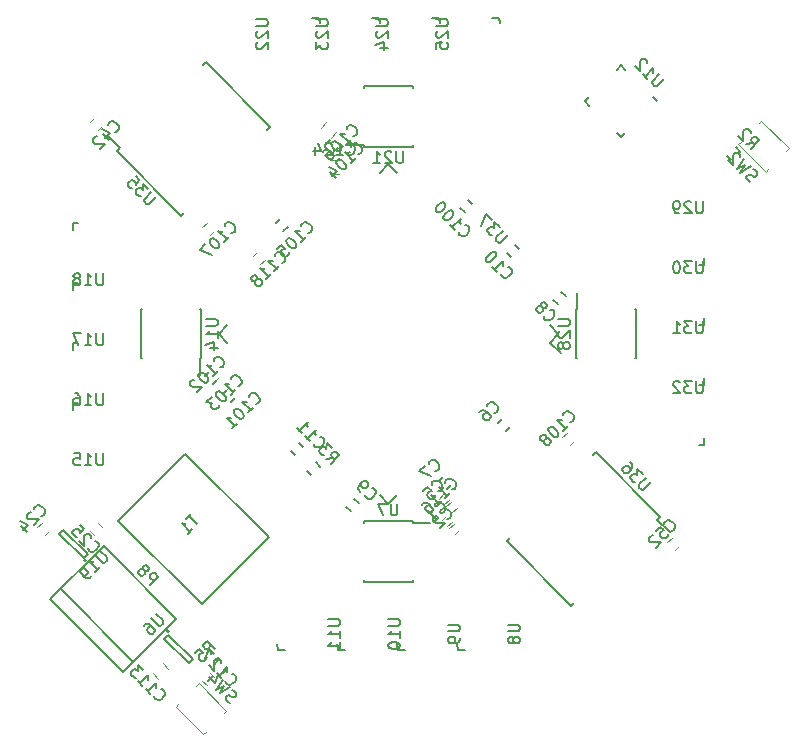
<source format=gbo>
G04 #@! TF.FileFunction,Legend,Bot*
%FSLAX46Y46*%
G04 Gerber Fmt 4.6, Leading zero omitted, Abs format (unit mm)*
G04 Created by KiCad (PCBNEW 4.0.6-e0-6349~53~ubuntu14.04.1) date Sat Apr  1 16:27:06 2017*
%MOMM*%
%LPD*%
G01*
G04 APERTURE LIST*
%ADD10C,0.200000*%
%ADD11C,0.150000*%
%ADD12C,0.120000*%
G04 APERTURE END LIST*
D10*
D11*
X19685000Y22725559D02*
X19313769Y22354328D01*
X19685000Y16644441D02*
X20056231Y17015672D01*
X16644441Y19685000D02*
X17015672Y20056231D01*
X22725559Y19685000D02*
X22354328Y20056231D01*
X19685000Y16644441D02*
X19313769Y17015672D01*
X16644441Y19685000D02*
X17015672Y19313769D01*
X19685000Y22725559D02*
X20056231Y22354328D01*
X-23015382Y15484695D02*
X-22764359Y15735718D01*
X-17535305Y10004618D02*
X-17284282Y10255641D01*
X-10004618Y17535305D02*
X-10255641Y17284282D01*
X-15484695Y23015382D02*
X-15735718Y22764359D01*
X-23015382Y15484695D02*
X-17535305Y10004618D01*
X-15484695Y23015382D02*
X-10004618Y17535305D01*
X-22764359Y15735718D02*
X-23842697Y16814056D01*
X-15802893Y-22873961D02*
X-22873961Y-15802893D01*
X-22873961Y-15802893D02*
X-17217107Y-10146039D01*
X-17217107Y-10146039D02*
X-10146039Y-17217107D01*
X-10146039Y-17217107D02*
X-15802893Y-22873961D01*
X14389623Y0D02*
X13647161Y-742462D01*
X0Y14389623D02*
X-742462Y13647161D01*
X-14389623Y0D02*
X-13647161Y742462D01*
X0Y-14389623D02*
X742462Y-13647161D01*
X14389623Y0D02*
X13647161Y742462D01*
X0Y-14389623D02*
X-742462Y-13647161D01*
X-14389623Y0D02*
X-13647161Y-742462D01*
X0Y14389623D02*
X742462Y13647161D01*
X13647161Y-742462D02*
X14566400Y-1661701D01*
X23015382Y-15484695D02*
X22764359Y-15735718D01*
X17535305Y-10004618D02*
X17284282Y-10255641D01*
X10004618Y-17535305D02*
X10255641Y-17284282D01*
X15484695Y-23015382D02*
X15735718Y-22764359D01*
X23015382Y-15484695D02*
X17535305Y-10004618D01*
X15484695Y-23015382D02*
X10004618Y-17535305D01*
X22764359Y-15735718D02*
X23842697Y-16814056D01*
X2075000Y-15840000D02*
X2075000Y-15985000D01*
X-2075000Y-15840000D02*
X-2075000Y-15985000D01*
X-2075000Y-20990000D02*
X-2075000Y-20845000D01*
X2075000Y-20990000D02*
X2075000Y-20845000D01*
X2075000Y-15840000D02*
X-2075000Y-15840000D01*
X2075000Y-20990000D02*
X-2075000Y-20990000D01*
X2075000Y-15985000D02*
X3475000Y-15985000D01*
X6459220Y-26730960D02*
X5849620Y-26730960D01*
X5849620Y-26730960D02*
X5839460Y-26299160D01*
X1379220Y-26730960D02*
X769620Y-26730960D01*
X769620Y-26730960D02*
X759460Y-26299160D01*
X-3700780Y-26730960D02*
X-4310380Y-26730960D01*
X-4310380Y-26730960D02*
X-4320540Y-26299160D01*
X-15840000Y-2075000D02*
X-15985000Y-2075000D01*
X-15840000Y2075000D02*
X-15985000Y2075000D01*
X-20990000Y2075000D02*
X-20845000Y2075000D01*
X-20990000Y-2075000D02*
X-20845000Y-2075000D01*
X-15840000Y-2075000D02*
X-15840000Y2075000D01*
X-20990000Y-2075000D02*
X-20990000Y2075000D01*
X-15985000Y-2075000D02*
X-15985000Y-3475000D01*
X-26730960Y-6459220D02*
X-26730960Y-5849620D01*
X-26730960Y-5849620D02*
X-26299160Y-5839460D01*
X-26730960Y-1379220D02*
X-26730960Y-769620D01*
X-26730960Y-769620D02*
X-26299160Y-759460D01*
X-26730960Y3700780D02*
X-26730960Y4310380D01*
X-26730960Y4310380D02*
X-26299160Y4320540D01*
X-26730960Y8780780D02*
X-26730960Y9390380D01*
X-26730960Y9390380D02*
X-26299160Y9400540D01*
X-2075000Y15840000D02*
X-2075000Y15985000D01*
X2075000Y15840000D02*
X2075000Y15985000D01*
X2075000Y20990000D02*
X2075000Y20845000D01*
X-2075000Y20990000D02*
X-2075000Y20845000D01*
X-2075000Y15840000D02*
X2075000Y15840000D01*
X-2075000Y20990000D02*
X2075000Y20990000D01*
X-2075000Y15985000D02*
X-3475000Y15985000D01*
X-6459220Y26730960D02*
X-5849620Y26730960D01*
X-5849620Y26730960D02*
X-5839460Y26299160D01*
X-1379220Y26730960D02*
X-769620Y26730960D01*
X-769620Y26730960D02*
X-759460Y26299160D01*
X3700780Y26730960D02*
X4310380Y26730960D01*
X4310380Y26730960D02*
X4320540Y26299160D01*
X8780780Y26730960D02*
X9390380Y26730960D01*
X9390380Y26730960D02*
X9400540Y26299160D01*
X15840000Y2075000D02*
X15985000Y2075000D01*
X15840000Y-2075000D02*
X15985000Y-2075000D01*
X20990000Y-2075000D02*
X20845000Y-2075000D01*
X20990000Y2075000D02*
X20845000Y2075000D01*
X15840000Y2075000D02*
X15840000Y-2075000D01*
X20990000Y2075000D02*
X20990000Y-2075000D01*
X15985000Y2075000D02*
X15985000Y3475000D01*
X26730960Y6459220D02*
X26730960Y5849620D01*
X26730960Y5849620D02*
X26299160Y5839460D01*
X26730960Y1379220D02*
X26730960Y769620D01*
X26730960Y769620D02*
X26299160Y759460D01*
X26730960Y-3700780D02*
X26730960Y-4310380D01*
X26730960Y-4310380D02*
X26299160Y-4320540D01*
X26730960Y-8780780D02*
X26730960Y-9390380D01*
X26730960Y-9390380D02*
X26299160Y-9400540D01*
X6440901Y10337348D02*
X6087348Y10690901D01*
X6759099Y11362652D02*
X7112652Y11009099D01*
X-12987348Y-5409099D02*
X-13340901Y-5762652D01*
X-14012652Y-5090901D02*
X-13659099Y-4737348D01*
X-14487348Y-3909099D02*
X-14840901Y-4262652D01*
X-15512652Y-3590901D02*
X-15159099Y-3237348D01*
X-4313348Y15715901D02*
X-4666901Y15362348D01*
X-5338652Y16034099D02*
X-4985099Y16387652D01*
X-8537348Y9040901D02*
X-8890901Y8687348D01*
X-9562652Y9359099D02*
X-9209099Y9712652D01*
X9266348Y-7587901D02*
X9619901Y-7234348D01*
X10291652Y-7906099D02*
X9938099Y-8259652D01*
X4287348Y-12490901D02*
X4640901Y-12137348D01*
X5312652Y-12809099D02*
X4959099Y-13162652D01*
X14318901Y2535348D02*
X13965348Y2888901D01*
X14637099Y3560652D02*
X14990652Y3207099D01*
X-2888901Y-13965348D02*
X-2535348Y-14318901D01*
X-3207099Y-14990652D02*
X-3560652Y-14637099D01*
X10381901Y6472348D02*
X10028348Y6825901D01*
X10700099Y7497652D02*
X11053652Y7144099D01*
X-7587901Y-9266348D02*
X-7234348Y-9619901D01*
X-7906099Y-10291652D02*
X-8259652Y-9938099D01*
X-18599240Y-25185076D02*
G75*
G03X-18599240Y-25185076I-99999J0D01*
G01*
X-18982082Y-25821472D02*
X-18628528Y-25467918D01*
X-16931472Y-27872082D02*
X-18982082Y-25821472D01*
X-16577918Y-27518528D02*
X-16931472Y-27872082D01*
X-18628528Y-25467918D02*
X-16577918Y-27518528D01*
D12*
X-24255883Y17624437D02*
X-24609437Y17270883D01*
X-25274117Y17935563D02*
X-24920563Y18289117D01*
X23620883Y-17624437D02*
X23974437Y-17270883D01*
X24639117Y-17935563D02*
X24285563Y-18289117D01*
X-14730883Y8734437D02*
X-15084437Y8380883D01*
X-15749117Y9045563D02*
X-15395563Y9399117D01*
X14730883Y-8734437D02*
X15084437Y-8380883D01*
X15749117Y-9045563D02*
X15395563Y-9399117D01*
D11*
X-8780780Y-26730960D02*
X-9390380Y-26730960D01*
X-9390380Y-26730960D02*
X-9400540Y-26299160D01*
X-22482801Y-28635903D02*
X-28634630Y-22484074D01*
X-17953782Y-24106884D02*
X-24105611Y-17955055D01*
X-24105611Y-17955055D02*
X-28634630Y-22484074D01*
X-27764889Y-21614332D02*
X-21613060Y-27766161D01*
X-22482801Y-28635903D02*
X-17953782Y-24106884D01*
D12*
X-10490883Y6244437D02*
X-10844437Y5890883D01*
X-11509117Y6555563D02*
X-11155563Y6909117D01*
X4490883Y-15794437D02*
X4844437Y-15440883D01*
X5509117Y-16105563D02*
X5155563Y-16459117D01*
X4990883Y-16294437D02*
X5344437Y-15940883D01*
X6009117Y-16605563D02*
X5655563Y-16959117D01*
X4240883Y-13944437D02*
X4594437Y-13590883D01*
X5259117Y-14255563D02*
X4905563Y-14609117D01*
X4740883Y-14444437D02*
X5094437Y-14090883D01*
X5759117Y-14755563D02*
X5405563Y-15109117D01*
X-4222000Y14697000D02*
X-4922000Y14697000D01*
X-4922000Y13497000D02*
X-4222000Y13497000D01*
X-14400777Y-3773249D02*
X-14895751Y-4268223D01*
X-14047223Y-5116751D02*
X-13552249Y-4621777D01*
X-4903223Y16600249D02*
X-4408249Y17095223D01*
X-5256777Y17943751D02*
X-5751751Y17448777D01*
X-29719117Y-16354437D02*
X-29365563Y-16000883D01*
X-28700883Y-16665563D02*
X-29054437Y-17019117D01*
X-19975751Y-28751777D02*
X-19480777Y-29246751D01*
X-18632249Y-28398223D02*
X-19127223Y-27903249D01*
X-24920563Y-17019117D02*
X-25274117Y-16665563D01*
X-24609437Y-16000883D02*
X-24255883Y-16354437D01*
D11*
X-25580051Y-19194214D02*
G75*
G03X-25580051Y-19194214I-100000J0D01*
G01*
X-25467918Y-18628528D02*
X-25821472Y-18982082D01*
X-27518528Y-16577918D02*
X-25467918Y-18628528D01*
X-27872082Y-16931472D02*
X-27518528Y-16577918D01*
X-25821472Y-18982082D02*
X-27872082Y-16931472D01*
D12*
X-15084437Y-28700883D02*
X-14730883Y-29054437D01*
X-15395563Y-29719117D02*
X-15749117Y-29365563D01*
D11*
X29404454Y15788008D02*
X29758008Y15434454D01*
X29015546Y14691992D02*
X28661992Y15045546D01*
X-6155546Y-10881992D02*
X-5801992Y-11235546D01*
X-6544454Y-11978008D02*
X-6898008Y-11624454D01*
X-14772008Y-27999546D02*
X-14418454Y-27645992D01*
X-13675992Y-28388454D02*
X-14029546Y-28742008D01*
D12*
X31361091Y17819544D02*
X31573223Y18031676D01*
X31573223Y18031676D02*
X33906676Y15698223D01*
X33906676Y15698223D02*
X33694544Y15486091D01*
X29805456Y16263909D02*
X29593324Y16051777D01*
X29593324Y16051777D02*
X31926777Y13718324D01*
X31926777Y13718324D02*
X32138909Y13930456D01*
X-15486091Y-33694544D02*
X-15698223Y-33906676D01*
X-15698223Y-33906676D02*
X-18031676Y-31573223D01*
X-18031676Y-31573223D02*
X-17819544Y-31361091D01*
X-13930456Y-32138909D02*
X-13718324Y-31926777D01*
X-13718324Y-31926777D02*
X-16051777Y-29593324D01*
X-16051777Y-29593324D02*
X-16263909Y-29805456D01*
D11*
X23334175Y21583245D02*
X22761756Y21010825D01*
X22660740Y20977153D01*
X22593397Y20977153D01*
X22492382Y21010825D01*
X22357694Y21145512D01*
X22324023Y21246528D01*
X22324023Y21313871D01*
X22357694Y21414886D01*
X22930114Y21987306D01*
X21515901Y21987306D02*
X21919962Y21583245D01*
X21717932Y21785275D02*
X22425038Y22492382D01*
X22391367Y22324023D01*
X22391367Y22189336D01*
X22425038Y22088321D01*
X21886290Y22896443D02*
X21886290Y22963787D01*
X21852618Y23064802D01*
X21684259Y23233161D01*
X21583244Y23266833D01*
X21515901Y23266833D01*
X21414885Y23233161D01*
X21347542Y23165818D01*
X21280199Y23031131D01*
X21280199Y22223008D01*
X20842466Y22660741D01*
X-19666727Y11602343D02*
X-20239146Y11029923D01*
X-20340162Y10996251D01*
X-20407505Y10996251D01*
X-20508520Y11029923D01*
X-20643208Y11164610D01*
X-20676879Y11265626D01*
X-20676879Y11332969D01*
X-20643208Y11433984D01*
X-20070788Y12006404D01*
X-20340162Y12275778D02*
X-20777895Y12713511D01*
X-20811566Y12208434D01*
X-20912581Y12309450D01*
X-21013597Y12343122D01*
X-21080940Y12343122D01*
X-21181956Y12309450D01*
X-21350315Y12141091D01*
X-21383986Y12040076D01*
X-21383986Y11972732D01*
X-21350315Y11871717D01*
X-21148284Y11669686D01*
X-21047268Y11636014D01*
X-20979925Y11636014D01*
X-21417658Y13353274D02*
X-21080940Y13016556D01*
X-21383986Y12646167D01*
X-21383986Y12713511D01*
X-21417657Y12814526D01*
X-21586017Y12982885D01*
X-21687032Y13016557D01*
X-21754375Y13016557D01*
X-21855391Y12982885D01*
X-22023750Y12814526D01*
X-22057421Y12713511D01*
X-22057421Y12646167D01*
X-22023750Y12545152D01*
X-21855390Y12376793D01*
X-21754375Y12343121D01*
X-21687032Y12343121D01*
X-16712030Y-15230474D02*
X-17116091Y-15634535D01*
X-16206953Y-16139611D02*
X-16914060Y-15432504D01*
X-17015076Y-16947733D02*
X-16611015Y-16543672D01*
X-16813045Y-16745702D02*
X-17520152Y-16038596D01*
X-17351793Y-16072267D01*
X-17217106Y-16072267D01*
X-17116091Y-16038596D01*
X10083847Y8332917D02*
X9511428Y7760497D01*
X9410412Y7726825D01*
X9343069Y7726825D01*
X9242054Y7760497D01*
X9107366Y7895184D01*
X9073695Y7996200D01*
X9073695Y8063543D01*
X9107366Y8164558D01*
X9679786Y8736978D01*
X9410412Y9006352D02*
X8972679Y9444085D01*
X8939008Y8939008D01*
X8837993Y9040024D01*
X8736977Y9073696D01*
X8669634Y9073696D01*
X8568618Y9040024D01*
X8400259Y8871665D01*
X8366588Y8770650D01*
X8366588Y8703306D01*
X8400259Y8602291D01*
X8602290Y8400260D01*
X8703306Y8366588D01*
X8770649Y8366588D01*
X8736977Y9679787D02*
X8265573Y10151192D01*
X7861512Y9141039D01*
X22192107Y-12578823D02*
X21619688Y-13151243D01*
X21518672Y-13184915D01*
X21451329Y-13184915D01*
X21350314Y-13151243D01*
X21215626Y-13016556D01*
X21181955Y-12915540D01*
X21181955Y-12848197D01*
X21215626Y-12747182D01*
X21788046Y-12174762D01*
X21518672Y-11905388D02*
X21080939Y-11467655D01*
X21047268Y-11972732D01*
X20946253Y-11871716D01*
X20845237Y-11838044D01*
X20777894Y-11838044D01*
X20676878Y-11871716D01*
X20508519Y-12040075D01*
X20474848Y-12141090D01*
X20474848Y-12208434D01*
X20508519Y-12309449D01*
X20710550Y-12511480D01*
X20811566Y-12545152D01*
X20878909Y-12545152D01*
X20474848Y-10861564D02*
X20609535Y-10996251D01*
X20643207Y-11097266D01*
X20643207Y-11164610D01*
X20609535Y-11332968D01*
X20508520Y-11501327D01*
X20239146Y-11770701D01*
X20138131Y-11804373D01*
X20070787Y-11804373D01*
X19969772Y-11770701D01*
X19835084Y-11636014D01*
X19801413Y-11534999D01*
X19801413Y-11467655D01*
X19835084Y-11366640D01*
X20003443Y-11198281D01*
X20104459Y-11164609D01*
X20171802Y-11164609D01*
X20272817Y-11198281D01*
X20407505Y-11332968D01*
X20441177Y-11433983D01*
X20441177Y-11501327D01*
X20407504Y-11602343D01*
X761905Y-14367381D02*
X761905Y-15176905D01*
X714286Y-15272143D01*
X666667Y-15319762D01*
X571429Y-15367381D01*
X380952Y-15367381D01*
X285714Y-15319762D01*
X238095Y-15272143D01*
X190476Y-15176905D01*
X190476Y-14367381D01*
X-190476Y-14367381D02*
X-857143Y-14367381D01*
X-428571Y-15367381D01*
X10122921Y-24627935D02*
X10932445Y-24627935D01*
X11027683Y-24675554D01*
X11075302Y-24723173D01*
X11122921Y-24818411D01*
X11122921Y-25008888D01*
X11075302Y-25104126D01*
X11027683Y-25151745D01*
X10932445Y-25199364D01*
X10122921Y-25199364D01*
X10551492Y-25818411D02*
X10503873Y-25723173D01*
X10456254Y-25675554D01*
X10361016Y-25627935D01*
X10313397Y-25627935D01*
X10218159Y-25675554D01*
X10170540Y-25723173D01*
X10122921Y-25818411D01*
X10122921Y-26008888D01*
X10170540Y-26104126D01*
X10218159Y-26151745D01*
X10313397Y-26199364D01*
X10361016Y-26199364D01*
X10456254Y-26151745D01*
X10503873Y-26104126D01*
X10551492Y-26008888D01*
X10551492Y-25818411D01*
X10599111Y-25723173D01*
X10646730Y-25675554D01*
X10741969Y-25627935D01*
X10932445Y-25627935D01*
X11027683Y-25675554D01*
X11075302Y-25723173D01*
X11122921Y-25818411D01*
X11122921Y-26008888D01*
X11075302Y-26104126D01*
X11027683Y-26151745D01*
X10932445Y-26199364D01*
X10741969Y-26199364D01*
X10646730Y-26151745D01*
X10599111Y-26104126D01*
X10551492Y-26008888D01*
X5042921Y-24627935D02*
X5852445Y-24627935D01*
X5947683Y-24675554D01*
X5995302Y-24723173D01*
X6042921Y-24818411D01*
X6042921Y-25008888D01*
X5995302Y-25104126D01*
X5947683Y-25151745D01*
X5852445Y-25199364D01*
X5042921Y-25199364D01*
X6042921Y-25723173D02*
X6042921Y-25913649D01*
X5995302Y-26008888D01*
X5947683Y-26056507D01*
X5804826Y-26151745D01*
X5614350Y-26199364D01*
X5233397Y-26199364D01*
X5138159Y-26151745D01*
X5090540Y-26104126D01*
X5042921Y-26008888D01*
X5042921Y-25818411D01*
X5090540Y-25723173D01*
X5138159Y-25675554D01*
X5233397Y-25627935D01*
X5471492Y-25627935D01*
X5566730Y-25675554D01*
X5614350Y-25723173D01*
X5661969Y-25818411D01*
X5661969Y-26008888D01*
X5614350Y-26104126D01*
X5566730Y-26151745D01*
X5471492Y-26199364D01*
X-37079Y-24151745D02*
X772445Y-24151745D01*
X867683Y-24199364D01*
X915302Y-24246983D01*
X962921Y-24342221D01*
X962921Y-24532698D01*
X915302Y-24627936D01*
X867683Y-24675555D01*
X772445Y-24723174D01*
X-37079Y-24723174D01*
X962921Y-25723174D02*
X962921Y-25151745D01*
X962921Y-25437459D02*
X-37079Y-25437459D01*
X105778Y-25342221D01*
X201016Y-25246983D01*
X248635Y-25151745D01*
X-37079Y-26342221D02*
X-37079Y-26437460D01*
X10540Y-26532698D01*
X58159Y-26580317D01*
X153397Y-26627936D01*
X343873Y-26675555D01*
X581969Y-26675555D01*
X772445Y-26627936D01*
X867683Y-26580317D01*
X915302Y-26532698D01*
X962921Y-26437460D01*
X962921Y-26342221D01*
X915302Y-26246983D01*
X867683Y-26199364D01*
X772445Y-26151745D01*
X581969Y-26104126D01*
X343873Y-26104126D01*
X153397Y-26151745D01*
X58159Y-26199364D01*
X10540Y-26246983D01*
X-37079Y-26342221D01*
X-15462619Y1238095D02*
X-14653095Y1238095D01*
X-14557857Y1190476D01*
X-14510238Y1142857D01*
X-14462619Y1047619D01*
X-14462619Y857142D01*
X-14510238Y761904D01*
X-14557857Y714285D01*
X-14653095Y666666D01*
X-15462619Y666666D01*
X-14462619Y-333334D02*
X-14462619Y238095D01*
X-14462619Y-47619D02*
X-15462619Y-47619D01*
X-15319762Y47619D01*
X-15224524Y142857D01*
X-15176905Y238095D01*
X-15129286Y-1190477D02*
X-14462619Y-1190477D01*
X-15510238Y-952381D02*
X-14795952Y-714286D01*
X-14795952Y-1333334D01*
X-24151745Y-10122921D02*
X-24151745Y-10932445D01*
X-24199364Y-11027683D01*
X-24246983Y-11075302D01*
X-24342221Y-11122921D01*
X-24532698Y-11122921D01*
X-24627936Y-11075302D01*
X-24675555Y-11027683D01*
X-24723174Y-10932445D01*
X-24723174Y-10122921D01*
X-25723174Y-11122921D02*
X-25151745Y-11122921D01*
X-25437459Y-11122921D02*
X-25437459Y-10122921D01*
X-25342221Y-10265778D01*
X-25246983Y-10361016D01*
X-25151745Y-10408635D01*
X-26627936Y-10122921D02*
X-26151745Y-10122921D01*
X-26104126Y-10599111D01*
X-26151745Y-10551492D01*
X-26246983Y-10503873D01*
X-26485079Y-10503873D01*
X-26580317Y-10551492D01*
X-26627936Y-10599111D01*
X-26675555Y-10694350D01*
X-26675555Y-10932445D01*
X-26627936Y-11027683D01*
X-26580317Y-11075302D01*
X-26485079Y-11122921D01*
X-26246983Y-11122921D01*
X-26151745Y-11075302D01*
X-26104126Y-11027683D01*
X-24151745Y-5042921D02*
X-24151745Y-5852445D01*
X-24199364Y-5947683D01*
X-24246983Y-5995302D01*
X-24342221Y-6042921D01*
X-24532698Y-6042921D01*
X-24627936Y-5995302D01*
X-24675555Y-5947683D01*
X-24723174Y-5852445D01*
X-24723174Y-5042921D01*
X-25723174Y-6042921D02*
X-25151745Y-6042921D01*
X-25437459Y-6042921D02*
X-25437459Y-5042921D01*
X-25342221Y-5185778D01*
X-25246983Y-5281016D01*
X-25151745Y-5328635D01*
X-26580317Y-5042921D02*
X-26389840Y-5042921D01*
X-26294602Y-5090540D01*
X-26246983Y-5138159D01*
X-26151745Y-5281016D01*
X-26104126Y-5471492D01*
X-26104126Y-5852445D01*
X-26151745Y-5947683D01*
X-26199364Y-5995302D01*
X-26294602Y-6042921D01*
X-26485079Y-6042921D01*
X-26580317Y-5995302D01*
X-26627936Y-5947683D01*
X-26675555Y-5852445D01*
X-26675555Y-5614350D01*
X-26627936Y-5519111D01*
X-26580317Y-5471492D01*
X-26485079Y-5423873D01*
X-26294602Y-5423873D01*
X-26199364Y-5471492D01*
X-26151745Y-5519111D01*
X-26104126Y-5614350D01*
X-24151745Y37079D02*
X-24151745Y-772445D01*
X-24199364Y-867683D01*
X-24246983Y-915302D01*
X-24342221Y-962921D01*
X-24532698Y-962921D01*
X-24627936Y-915302D01*
X-24675555Y-867683D01*
X-24723174Y-772445D01*
X-24723174Y37079D01*
X-25723174Y-962921D02*
X-25151745Y-962921D01*
X-25437459Y-962921D02*
X-25437459Y37079D01*
X-25342221Y-105778D01*
X-25246983Y-201016D01*
X-25151745Y-248635D01*
X-26056507Y37079D02*
X-26723174Y37079D01*
X-26294602Y-962921D01*
X-24151745Y5117079D02*
X-24151745Y4307555D01*
X-24199364Y4212317D01*
X-24246983Y4164698D01*
X-24342221Y4117079D01*
X-24532698Y4117079D01*
X-24627936Y4164698D01*
X-24675555Y4212317D01*
X-24723174Y4307555D01*
X-24723174Y5117079D01*
X-25723174Y4117079D02*
X-25151745Y4117079D01*
X-25437459Y4117079D02*
X-25437459Y5117079D01*
X-25342221Y4974222D01*
X-25246983Y4878984D01*
X-25151745Y4831365D01*
X-26294602Y4688508D02*
X-26199364Y4736127D01*
X-26151745Y4783746D01*
X-26104126Y4878984D01*
X-26104126Y4926603D01*
X-26151745Y5021841D01*
X-26199364Y5069460D01*
X-26294602Y5117079D01*
X-26485079Y5117079D01*
X-26580317Y5069460D01*
X-26627936Y5021841D01*
X-26675555Y4926603D01*
X-26675555Y4878984D01*
X-26627936Y4783746D01*
X-26580317Y4736127D01*
X-26485079Y4688508D01*
X-26294602Y4688508D01*
X-26199364Y4640889D01*
X-26151745Y4593270D01*
X-26104126Y4498031D01*
X-26104126Y4307555D01*
X-26151745Y4212317D01*
X-26199364Y4164698D01*
X-26294602Y4117079D01*
X-26485079Y4117079D01*
X-26580317Y4164698D01*
X-26627936Y4212317D01*
X-26675555Y4307555D01*
X-26675555Y4498031D01*
X-26627936Y4593270D01*
X-26580317Y4640889D01*
X-26485079Y4688508D01*
X1238095Y15462619D02*
X1238095Y14653095D01*
X1190476Y14557857D01*
X1142857Y14510238D01*
X1047619Y14462619D01*
X857142Y14462619D01*
X761904Y14510238D01*
X714285Y14557857D01*
X666666Y14653095D01*
X666666Y15462619D01*
X238095Y15367381D02*
X190476Y15415000D01*
X95238Y15462619D01*
X-142858Y15462619D01*
X-238096Y15415000D01*
X-285715Y15367381D01*
X-333334Y15272143D01*
X-333334Y15176905D01*
X-285715Y15034048D01*
X285714Y14462619D01*
X-333334Y14462619D01*
X-1285715Y14462619D02*
X-714286Y14462619D01*
X-1000000Y14462619D02*
X-1000000Y15462619D01*
X-904762Y15319762D01*
X-809524Y15224524D01*
X-714286Y15176905D01*
X-11218159Y26627935D02*
X-10408635Y26627935D01*
X-10313397Y26580316D01*
X-10265778Y26532697D01*
X-10218159Y26437459D01*
X-10218159Y26246982D01*
X-10265778Y26151744D01*
X-10313397Y26104125D01*
X-10408635Y26056506D01*
X-11218159Y26056506D01*
X-11122921Y25627935D02*
X-11170540Y25580316D01*
X-11218159Y25485078D01*
X-11218159Y25246982D01*
X-11170540Y25151744D01*
X-11122921Y25104125D01*
X-11027683Y25056506D01*
X-10932445Y25056506D01*
X-10789588Y25104125D01*
X-10218159Y25675554D01*
X-10218159Y25056506D01*
X-11122921Y24675554D02*
X-11170540Y24627935D01*
X-11218159Y24532697D01*
X-11218159Y24294601D01*
X-11170540Y24199363D01*
X-11122921Y24151744D01*
X-11027683Y24104125D01*
X-10932445Y24104125D01*
X-10789588Y24151744D01*
X-10218159Y24723173D01*
X-10218159Y24104125D01*
X-6138159Y26627935D02*
X-5328635Y26627935D01*
X-5233397Y26580316D01*
X-5185778Y26532697D01*
X-5138159Y26437459D01*
X-5138159Y26246982D01*
X-5185778Y26151744D01*
X-5233397Y26104125D01*
X-5328635Y26056506D01*
X-6138159Y26056506D01*
X-6042921Y25627935D02*
X-6090540Y25580316D01*
X-6138159Y25485078D01*
X-6138159Y25246982D01*
X-6090540Y25151744D01*
X-6042921Y25104125D01*
X-5947683Y25056506D01*
X-5852445Y25056506D01*
X-5709588Y25104125D01*
X-5138159Y25675554D01*
X-5138159Y25056506D01*
X-6138159Y24723173D02*
X-6138159Y24104125D01*
X-5757207Y24437459D01*
X-5757207Y24294601D01*
X-5709588Y24199363D01*
X-5661969Y24151744D01*
X-5566730Y24104125D01*
X-5328635Y24104125D01*
X-5233397Y24151744D01*
X-5185778Y24199363D01*
X-5138159Y24294601D01*
X-5138159Y24580316D01*
X-5185778Y24675554D01*
X-5233397Y24723173D01*
X-1058159Y26627935D02*
X-248635Y26627935D01*
X-153397Y26580316D01*
X-105778Y26532697D01*
X-58159Y26437459D01*
X-58159Y26246982D01*
X-105778Y26151744D01*
X-153397Y26104125D01*
X-248635Y26056506D01*
X-1058159Y26056506D01*
X-962921Y25627935D02*
X-1010540Y25580316D01*
X-1058159Y25485078D01*
X-1058159Y25246982D01*
X-1010540Y25151744D01*
X-962921Y25104125D01*
X-867683Y25056506D01*
X-772445Y25056506D01*
X-629588Y25104125D01*
X-58159Y25675554D01*
X-58159Y25056506D01*
X-724826Y24199363D02*
X-58159Y24199363D01*
X-1105778Y24437459D02*
X-391492Y24675554D01*
X-391492Y24056506D01*
X4021841Y26627935D02*
X4831365Y26627935D01*
X4926603Y26580316D01*
X4974222Y26532697D01*
X5021841Y26437459D01*
X5021841Y26246982D01*
X4974222Y26151744D01*
X4926603Y26104125D01*
X4831365Y26056506D01*
X4021841Y26056506D01*
X4117079Y25627935D02*
X4069460Y25580316D01*
X4021841Y25485078D01*
X4021841Y25246982D01*
X4069460Y25151744D01*
X4117079Y25104125D01*
X4212317Y25056506D01*
X4307555Y25056506D01*
X4450412Y25104125D01*
X5021841Y25675554D01*
X5021841Y25056506D01*
X4021841Y24151744D02*
X4021841Y24627935D01*
X4498031Y24675554D01*
X4450412Y24627935D01*
X4402793Y24532697D01*
X4402793Y24294601D01*
X4450412Y24199363D01*
X4498031Y24151744D01*
X4593270Y24104125D01*
X4831365Y24104125D01*
X4926603Y24151744D01*
X4974222Y24199363D01*
X5021841Y24294601D01*
X5021841Y24532697D01*
X4974222Y24627935D01*
X4926603Y24675554D01*
X14367381Y1238095D02*
X15176905Y1238095D01*
X15272143Y1190476D01*
X15319762Y1142857D01*
X15367381Y1047619D01*
X15367381Y857142D01*
X15319762Y761904D01*
X15272143Y714285D01*
X15176905Y666666D01*
X14367381Y666666D01*
X14462619Y238095D02*
X14415000Y190476D01*
X14367381Y95238D01*
X14367381Y-142858D01*
X14415000Y-238096D01*
X14462619Y-285715D01*
X14557857Y-333334D01*
X14653095Y-333334D01*
X14795952Y-285715D01*
X15367381Y285714D01*
X15367381Y-333334D01*
X14795952Y-904762D02*
X14748333Y-809524D01*
X14700714Y-761905D01*
X14605476Y-714286D01*
X14557857Y-714286D01*
X14462619Y-761905D01*
X14415000Y-809524D01*
X14367381Y-904762D01*
X14367381Y-1095239D01*
X14415000Y-1190477D01*
X14462619Y-1238096D01*
X14557857Y-1285715D01*
X14605476Y-1285715D01*
X14700714Y-1238096D01*
X14748333Y-1190477D01*
X14795952Y-1095239D01*
X14795952Y-904762D01*
X14843571Y-809524D01*
X14891190Y-761905D01*
X14986429Y-714286D01*
X15176905Y-714286D01*
X15272143Y-761905D01*
X15319762Y-809524D01*
X15367381Y-904762D01*
X15367381Y-1095239D01*
X15319762Y-1190477D01*
X15272143Y-1238096D01*
X15176905Y-1285715D01*
X14986429Y-1285715D01*
X14891190Y-1238096D01*
X14843571Y-1190477D01*
X14795952Y-1095239D01*
X26627935Y11218159D02*
X26627935Y10408635D01*
X26580316Y10313397D01*
X26532697Y10265778D01*
X26437459Y10218159D01*
X26246982Y10218159D01*
X26151744Y10265778D01*
X26104125Y10313397D01*
X26056506Y10408635D01*
X26056506Y11218159D01*
X25627935Y11122921D02*
X25580316Y11170540D01*
X25485078Y11218159D01*
X25246982Y11218159D01*
X25151744Y11170540D01*
X25104125Y11122921D01*
X25056506Y11027683D01*
X25056506Y10932445D01*
X25104125Y10789588D01*
X25675554Y10218159D01*
X25056506Y10218159D01*
X24580316Y10218159D02*
X24389840Y10218159D01*
X24294601Y10265778D01*
X24246982Y10313397D01*
X24151744Y10456254D01*
X24104125Y10646730D01*
X24104125Y11027683D01*
X24151744Y11122921D01*
X24199363Y11170540D01*
X24294601Y11218159D01*
X24485078Y11218159D01*
X24580316Y11170540D01*
X24627935Y11122921D01*
X24675554Y11027683D01*
X24675554Y10789588D01*
X24627935Y10694350D01*
X24580316Y10646730D01*
X24485078Y10599111D01*
X24294601Y10599111D01*
X24199363Y10646730D01*
X24151744Y10694350D01*
X24104125Y10789588D01*
X26627935Y6138159D02*
X26627935Y5328635D01*
X26580316Y5233397D01*
X26532697Y5185778D01*
X26437459Y5138159D01*
X26246982Y5138159D01*
X26151744Y5185778D01*
X26104125Y5233397D01*
X26056506Y5328635D01*
X26056506Y6138159D01*
X25675554Y6138159D02*
X25056506Y6138159D01*
X25389840Y5757207D01*
X25246982Y5757207D01*
X25151744Y5709588D01*
X25104125Y5661969D01*
X25056506Y5566730D01*
X25056506Y5328635D01*
X25104125Y5233397D01*
X25151744Y5185778D01*
X25246982Y5138159D01*
X25532697Y5138159D01*
X25627935Y5185778D01*
X25675554Y5233397D01*
X24437459Y6138159D02*
X24342220Y6138159D01*
X24246982Y6090540D01*
X24199363Y6042921D01*
X24151744Y5947683D01*
X24104125Y5757207D01*
X24104125Y5519111D01*
X24151744Y5328635D01*
X24199363Y5233397D01*
X24246982Y5185778D01*
X24342220Y5138159D01*
X24437459Y5138159D01*
X24532697Y5185778D01*
X24580316Y5233397D01*
X24627935Y5328635D01*
X24675554Y5519111D01*
X24675554Y5757207D01*
X24627935Y5947683D01*
X24580316Y6042921D01*
X24532697Y6090540D01*
X24437459Y6138159D01*
X26627935Y1058159D02*
X26627935Y248635D01*
X26580316Y153397D01*
X26532697Y105778D01*
X26437459Y58159D01*
X26246982Y58159D01*
X26151744Y105778D01*
X26104125Y153397D01*
X26056506Y248635D01*
X26056506Y1058159D01*
X25675554Y1058159D02*
X25056506Y1058159D01*
X25389840Y677207D01*
X25246982Y677207D01*
X25151744Y629588D01*
X25104125Y581969D01*
X25056506Y486730D01*
X25056506Y248635D01*
X25104125Y153397D01*
X25151744Y105778D01*
X25246982Y58159D01*
X25532697Y58159D01*
X25627935Y105778D01*
X25675554Y153397D01*
X24104125Y58159D02*
X24675554Y58159D01*
X24389840Y58159D02*
X24389840Y1058159D01*
X24485078Y915302D01*
X24580316Y820064D01*
X24675554Y772445D01*
X26627935Y-4021841D02*
X26627935Y-4831365D01*
X26580316Y-4926603D01*
X26532697Y-4974222D01*
X26437459Y-5021841D01*
X26246982Y-5021841D01*
X26151744Y-4974222D01*
X26104125Y-4926603D01*
X26056506Y-4831365D01*
X26056506Y-4021841D01*
X25675554Y-4021841D02*
X25056506Y-4021841D01*
X25389840Y-4402793D01*
X25246982Y-4402793D01*
X25151744Y-4450412D01*
X25104125Y-4498031D01*
X25056506Y-4593270D01*
X25056506Y-4831365D01*
X25104125Y-4926603D01*
X25151744Y-4974222D01*
X25246982Y-5021841D01*
X25532697Y-5021841D01*
X25627935Y-4974222D01*
X25675554Y-4926603D01*
X24675554Y-4117079D02*
X24627935Y-4069460D01*
X24532697Y-4021841D01*
X24294601Y-4021841D01*
X24199363Y-4069460D01*
X24151744Y-4117079D01*
X24104125Y-4212317D01*
X24104125Y-4307555D01*
X24151744Y-4450412D01*
X24723173Y-5021841D01*
X24104125Y-5021841D01*
X5936665Y8604094D02*
X5936665Y8536751D01*
X6004009Y8402064D01*
X6071352Y8334720D01*
X6206040Y8267376D01*
X6340727Y8267376D01*
X6441742Y8301048D01*
X6610101Y8402063D01*
X6711116Y8503079D01*
X6812132Y8671437D01*
X6845803Y8772453D01*
X6845803Y8907140D01*
X6778459Y9041827D01*
X6711116Y9109171D01*
X6576429Y9176514D01*
X6509085Y9176514D01*
X5195887Y9210186D02*
X5599948Y8806124D01*
X5397918Y9008155D02*
X6105025Y9715261D01*
X6071353Y9546903D01*
X6071353Y9412216D01*
X6105025Y9311201D01*
X5465261Y10355025D02*
X5397917Y10422369D01*
X5296902Y10456041D01*
X5229559Y10456041D01*
X5128544Y10422369D01*
X4960185Y10321354D01*
X4791826Y10152994D01*
X4690811Y9984636D01*
X4657139Y9883621D01*
X4657139Y9816277D01*
X4690811Y9715262D01*
X4758155Y9647918D01*
X4859170Y9614246D01*
X4926513Y9614246D01*
X5027528Y9647918D01*
X5195887Y9748933D01*
X5364246Y9917292D01*
X5465261Y10085651D01*
X5498933Y10186666D01*
X5498933Y10254010D01*
X5465261Y10355025D01*
X4791826Y11028460D02*
X4724482Y11095804D01*
X4623467Y11129476D01*
X4556124Y11129476D01*
X4455108Y11095804D01*
X4286750Y10994789D01*
X4118391Y10826430D01*
X4017375Y10658071D01*
X3983704Y10557056D01*
X3983704Y10489712D01*
X4017375Y10388697D01*
X4084720Y10321353D01*
X4185735Y10287681D01*
X4253078Y10287681D01*
X4354093Y10321353D01*
X4522452Y10422368D01*
X4690811Y10590728D01*
X4791826Y10759086D01*
X4825498Y10860101D01*
X4825498Y10927445D01*
X4791826Y11028460D01*
X-11254094Y-5913335D02*
X-11186751Y-5913335D01*
X-11052064Y-5845991D01*
X-10984720Y-5778648D01*
X-10917376Y-5643960D01*
X-10917376Y-5509273D01*
X-10951048Y-5408258D01*
X-11052063Y-5239899D01*
X-11153079Y-5138884D01*
X-11321437Y-5037868D01*
X-11422453Y-5004197D01*
X-11557140Y-5004197D01*
X-11691827Y-5071541D01*
X-11759171Y-5138884D01*
X-11826514Y-5273571D01*
X-11826514Y-5340915D01*
X-11860186Y-6654113D02*
X-11456124Y-6250052D01*
X-11658155Y-6452082D02*
X-12365261Y-5744975D01*
X-12196903Y-5778647D01*
X-12062216Y-5778647D01*
X-11961201Y-5744975D01*
X-13005025Y-6384739D02*
X-13072369Y-6452083D01*
X-13106041Y-6553098D01*
X-13106041Y-6620441D01*
X-13072369Y-6721456D01*
X-12971354Y-6889815D01*
X-12802994Y-7058174D01*
X-12634636Y-7159189D01*
X-12533621Y-7192861D01*
X-12466277Y-7192861D01*
X-12365262Y-7159189D01*
X-12297918Y-7091845D01*
X-12264246Y-6990830D01*
X-12264246Y-6923487D01*
X-12297918Y-6822472D01*
X-12398933Y-6654113D01*
X-12567292Y-6485754D01*
X-12735651Y-6384739D01*
X-12836666Y-6351067D01*
X-12904010Y-6351067D01*
X-13005025Y-6384739D01*
X-13207056Y-8000983D02*
X-12802994Y-7596922D01*
X-13005025Y-7798952D02*
X-13712132Y-7091845D01*
X-13543773Y-7125517D01*
X-13409086Y-7125517D01*
X-13308071Y-7091845D01*
X-12754094Y-4413335D02*
X-12686751Y-4413335D01*
X-12552064Y-4345991D01*
X-12484720Y-4278648D01*
X-12417376Y-4143960D01*
X-12417376Y-4009273D01*
X-12451048Y-3908258D01*
X-12552063Y-3739899D01*
X-12653079Y-3638884D01*
X-12821437Y-3537868D01*
X-12922453Y-3504197D01*
X-13057140Y-3504197D01*
X-13191827Y-3571541D01*
X-13259171Y-3638884D01*
X-13326514Y-3773571D01*
X-13326514Y-3840915D01*
X-13360186Y-5154113D02*
X-12956124Y-4750052D01*
X-13158155Y-4952082D02*
X-13865261Y-4244975D01*
X-13696903Y-4278647D01*
X-13562216Y-4278647D01*
X-13461201Y-4244975D01*
X-14505025Y-4884739D02*
X-14572369Y-4952083D01*
X-14606041Y-5053098D01*
X-14606041Y-5120441D01*
X-14572369Y-5221456D01*
X-14471354Y-5389815D01*
X-14302994Y-5558174D01*
X-14134636Y-5659189D01*
X-14033621Y-5692861D01*
X-13966277Y-5692861D01*
X-13865262Y-5659189D01*
X-13797918Y-5591845D01*
X-13764246Y-5490830D01*
X-13764246Y-5423487D01*
X-13797918Y-5322472D01*
X-13898933Y-5154113D01*
X-14067292Y-4985754D01*
X-14235651Y-4884739D01*
X-14336666Y-4851067D01*
X-14404010Y-4851067D01*
X-14505025Y-4884739D01*
X-14976430Y-5356143D02*
X-15414163Y-5793876D01*
X-14909086Y-5827547D01*
X-15010102Y-5928563D01*
X-15043774Y-6029578D01*
X-15043774Y-6096922D01*
X-15010101Y-6197938D01*
X-14841743Y-6366296D01*
X-14740728Y-6399968D01*
X-14673384Y-6399968D01*
X-14572369Y-6366296D01*
X-14370338Y-6164265D01*
X-14336666Y-6063250D01*
X-14336666Y-5995907D01*
X-2580094Y15211665D02*
X-2512751Y15211665D01*
X-2378064Y15279009D01*
X-2310720Y15346352D01*
X-2243376Y15481040D01*
X-2243376Y15615727D01*
X-2277048Y15716742D01*
X-2378063Y15885101D01*
X-2479079Y15986116D01*
X-2647437Y16087132D01*
X-2748453Y16120803D01*
X-2883140Y16120803D01*
X-3017827Y16053459D01*
X-3085171Y15986116D01*
X-3152514Y15851429D01*
X-3152514Y15784085D01*
X-3186186Y14470887D02*
X-2782124Y14874948D01*
X-2984155Y14672918D02*
X-3691261Y15380025D01*
X-3522903Y15346353D01*
X-3388216Y15346353D01*
X-3287201Y15380025D01*
X-4331025Y14740261D02*
X-4398369Y14672917D01*
X-4432041Y14571902D01*
X-4432041Y14504559D01*
X-4398369Y14403544D01*
X-4297354Y14235185D01*
X-4128994Y14066826D01*
X-3960636Y13965811D01*
X-3859621Y13932139D01*
X-3792277Y13932139D01*
X-3691262Y13965811D01*
X-3623918Y14033155D01*
X-3590246Y14134170D01*
X-3590246Y14201513D01*
X-3623918Y14302528D01*
X-3724933Y14470887D01*
X-3893292Y14639246D01*
X-4061651Y14740261D01*
X-4162666Y14773933D01*
X-4230010Y14773933D01*
X-4331025Y14740261D01*
X-4937117Y13662765D02*
X-4465712Y13191360D01*
X-5038132Y14100498D02*
X-4364696Y13763780D01*
X-4802430Y13326047D01*
X-6804094Y8536665D02*
X-6736751Y8536665D01*
X-6602064Y8604009D01*
X-6534720Y8671352D01*
X-6467376Y8806040D01*
X-6467376Y8940727D01*
X-6501048Y9041742D01*
X-6602063Y9210101D01*
X-6703079Y9311116D01*
X-6871437Y9412132D01*
X-6972453Y9445803D01*
X-7107140Y9445803D01*
X-7241827Y9378459D01*
X-7309171Y9311116D01*
X-7376514Y9176429D01*
X-7376514Y9109085D01*
X-7410186Y7795887D02*
X-7006124Y8199948D01*
X-7208155Y7997918D02*
X-7915261Y8705025D01*
X-7746903Y8671353D01*
X-7612216Y8671353D01*
X-7511201Y8705025D01*
X-8555025Y8065261D02*
X-8622369Y7997917D01*
X-8656041Y7896902D01*
X-8656041Y7829559D01*
X-8622369Y7728544D01*
X-8521354Y7560185D01*
X-8352994Y7391826D01*
X-8184636Y7290811D01*
X-8083621Y7257139D01*
X-8016277Y7257139D01*
X-7915262Y7290811D01*
X-7847918Y7358155D01*
X-7814246Y7459170D01*
X-7814246Y7526513D01*
X-7847918Y7627528D01*
X-7948933Y7795887D01*
X-8117292Y7964246D01*
X-8285651Y8065261D01*
X-8386666Y8098933D01*
X-8454010Y8098933D01*
X-8555025Y8065261D01*
X-9430491Y7189795D02*
X-9093773Y7526513D01*
X-8723384Y7223468D01*
X-8790728Y7223468D01*
X-8891743Y7189796D01*
X-9060102Y7021437D01*
X-9093774Y6920422D01*
X-9093774Y6853078D01*
X-9060101Y6752062D01*
X-8891743Y6583704D01*
X-8790728Y6550032D01*
X-8723384Y6550032D01*
X-8622369Y6583704D01*
X-8454010Y6752063D01*
X-8420338Y6853078D01*
X-8420338Y6920422D01*
X8947307Y-6679606D02*
X9014650Y-6679606D01*
X9149337Y-6612262D01*
X9216681Y-6544919D01*
X9284025Y-6410231D01*
X9284025Y-6275544D01*
X9250353Y-6174529D01*
X9149338Y-6006171D01*
X9048322Y-5905155D01*
X8879963Y-5804140D01*
X8778948Y-5770468D01*
X8644261Y-5770468D01*
X8509574Y-5837812D01*
X8442230Y-5905155D01*
X8374887Y-6039842D01*
X8374887Y-6107186D01*
X7701452Y-6645934D02*
X7836140Y-6511246D01*
X7937155Y-6477575D01*
X8004498Y-6477575D01*
X8172857Y-6511246D01*
X8341215Y-6612261D01*
X8610590Y-6881636D01*
X8644261Y-6982651D01*
X8644261Y-7049994D01*
X8610590Y-7151010D01*
X8475902Y-7285697D01*
X8374887Y-7319369D01*
X8307544Y-7319369D01*
X8206528Y-7285697D01*
X8038170Y-7117339D01*
X8004497Y-7016323D01*
X8004497Y-6948979D01*
X8038169Y-6847964D01*
X8172857Y-6713277D01*
X8273872Y-6679605D01*
X8341215Y-6679605D01*
X8442231Y-6713277D01*
X3968307Y-11582606D02*
X4035650Y-11582606D01*
X4170337Y-11515262D01*
X4237681Y-11447919D01*
X4305025Y-11313231D01*
X4305025Y-11178544D01*
X4271353Y-11077529D01*
X4170338Y-10909171D01*
X4069322Y-10808155D01*
X3900963Y-10707140D01*
X3799948Y-10673468D01*
X3665261Y-10673468D01*
X3530574Y-10740812D01*
X3463230Y-10808155D01*
X3395887Y-10942842D01*
X3395887Y-11010186D01*
X3092842Y-11178544D02*
X2621437Y-11649949D01*
X3631590Y-12054010D01*
X13141230Y1475529D02*
X13141230Y1408186D01*
X13208574Y1273499D01*
X13275917Y1206155D01*
X13410605Y1138811D01*
X13545292Y1138811D01*
X13646307Y1172483D01*
X13814665Y1273498D01*
X13915681Y1374514D01*
X14016696Y1542873D01*
X14050368Y1643888D01*
X14050368Y1778575D01*
X13983024Y1913262D01*
X13915681Y1980606D01*
X13780994Y2047949D01*
X13713650Y2047949D01*
X13073888Y2216308D02*
X13174903Y2182636D01*
X13242246Y2182636D01*
X13343261Y2216308D01*
X13376933Y2249979D01*
X13410605Y2350994D01*
X13410605Y2418338D01*
X13376933Y2519353D01*
X13242246Y2654041D01*
X13141230Y2687712D01*
X13073887Y2687712D01*
X12972872Y2654041D01*
X12939200Y2620369D01*
X12905528Y2519354D01*
X12905528Y2452010D01*
X12939200Y2350995D01*
X13073888Y2216308D01*
X13107559Y2115292D01*
X13107559Y2047949D01*
X13073887Y1946933D01*
X12939200Y1812246D01*
X12838185Y1778575D01*
X12770842Y1778575D01*
X12669826Y1812246D01*
X12535139Y1946934D01*
X12501467Y2047949D01*
X12501467Y2115292D01*
X12535139Y2216308D01*
X12669826Y2350994D01*
X12770842Y2384667D01*
X12838185Y2384667D01*
X12939200Y2350995D01*
X-1980606Y-13646307D02*
X-1980606Y-13713650D01*
X-1913262Y-13848337D01*
X-1845919Y-13915681D01*
X-1711231Y-13983025D01*
X-1576544Y-13983025D01*
X-1475529Y-13949353D01*
X-1307171Y-13848338D01*
X-1206155Y-13747322D01*
X-1105140Y-13578963D01*
X-1071468Y-13477948D01*
X-1071468Y-13343261D01*
X-1138812Y-13208574D01*
X-1206155Y-13141230D01*
X-1340842Y-13073887D01*
X-1408186Y-13073887D01*
X-2384666Y-13376933D02*
X-2519353Y-13242246D01*
X-2553025Y-13141230D01*
X-2553025Y-13073887D01*
X-2519354Y-12905528D01*
X-2418339Y-12737170D01*
X-2148964Y-12467795D01*
X-2047949Y-12434124D01*
X-1980606Y-12434124D01*
X-1879590Y-12467795D01*
X-1744903Y-12602483D01*
X-1711231Y-12703498D01*
X-1711231Y-12770842D01*
X-1744903Y-12871857D01*
X-1913261Y-13040215D01*
X-2014277Y-13073887D01*
X-2081621Y-13073888D01*
X-2182636Y-13040216D01*
X-2317323Y-12905528D01*
X-2350995Y-12804513D01*
X-2350994Y-12737169D01*
X-2317323Y-12636154D01*
X9540948Y5075811D02*
X9540948Y5008468D01*
X9608292Y4873781D01*
X9675635Y4806437D01*
X9810323Y4739093D01*
X9945010Y4739093D01*
X10046025Y4772765D01*
X10214383Y4873780D01*
X10315399Y4974796D01*
X10416414Y5143155D01*
X10450086Y5244170D01*
X10450086Y5378857D01*
X10382742Y5513544D01*
X10315399Y5580888D01*
X10180712Y5648231D01*
X10113368Y5648231D01*
X8800170Y5681903D02*
X9204231Y5277842D01*
X9002201Y5479872D02*
X9709308Y6186979D01*
X9675636Y6018620D01*
X9675636Y5883933D01*
X9709308Y5782918D01*
X9069544Y6826742D02*
X9002200Y6894086D01*
X8901185Y6927758D01*
X8833842Y6927758D01*
X8732826Y6894086D01*
X8564468Y6793071D01*
X8396108Y6624712D01*
X8295093Y6456353D01*
X8261422Y6355338D01*
X8261422Y6287994D01*
X8295093Y6186979D01*
X8362437Y6119635D01*
X8463453Y6085963D01*
X8530796Y6085963D01*
X8631811Y6119635D01*
X8800170Y6220650D01*
X8968529Y6389010D01*
X9069544Y6557368D01*
X9103216Y6658383D01*
X9103216Y6725727D01*
X9069544Y6826742D01*
X-6342888Y-9284025D02*
X-6342888Y-9351368D01*
X-6275544Y-9486055D01*
X-6208201Y-9553399D01*
X-6073513Y-9620743D01*
X-5938826Y-9620743D01*
X-5837811Y-9587071D01*
X-5669453Y-9486056D01*
X-5568437Y-9385040D01*
X-5467422Y-9216681D01*
X-5433750Y-9115666D01*
X-5433750Y-8980979D01*
X-5501094Y-8846292D01*
X-5568437Y-8778948D01*
X-5703124Y-8711605D01*
X-5770468Y-8711605D01*
X-7083666Y-8677933D02*
X-6679605Y-9081994D01*
X-6881635Y-8879964D02*
X-6174528Y-8172857D01*
X-6208200Y-8341216D01*
X-6208200Y-8475903D01*
X-6174528Y-8576918D01*
X-7757101Y-8004498D02*
X-7353040Y-8408559D01*
X-7555070Y-8206529D02*
X-6847963Y-7499422D01*
X-6881635Y-7667781D01*
X-6881635Y-7802468D01*
X-6847963Y-7903483D01*
X-19679087Y-23693417D02*
X-19106667Y-24265837D01*
X-19072995Y-24366852D01*
X-19072995Y-24434195D01*
X-19106667Y-24535210D01*
X-19241355Y-24669898D01*
X-19342370Y-24703570D01*
X-19409713Y-24703570D01*
X-19510728Y-24669898D01*
X-20083148Y-24097478D01*
X-20722912Y-24737241D02*
X-20588224Y-24602554D01*
X-20487209Y-24568882D01*
X-20419865Y-24568882D01*
X-20251507Y-24602554D01*
X-20083148Y-24703569D01*
X-19813774Y-24972943D01*
X-19780102Y-25073959D01*
X-19780102Y-25141302D01*
X-19813774Y-25242317D01*
X-19948461Y-25377005D01*
X-20049477Y-25410676D01*
X-20116820Y-25410676D01*
X-20217835Y-25377005D01*
X-20386194Y-25208646D01*
X-20419866Y-25107630D01*
X-20419866Y-25040287D01*
X-20386194Y-24939272D01*
X-20251507Y-24804584D01*
X-20150492Y-24770912D01*
X-20083148Y-24770912D01*
X-19982132Y-24804585D01*
X-23159867Y17084004D02*
X-23092524Y17084004D01*
X-22957837Y17151348D01*
X-22890493Y17218691D01*
X-22823149Y17353379D01*
X-22823149Y17488066D01*
X-22856821Y17589081D01*
X-22957836Y17757439D01*
X-23058852Y17858455D01*
X-23227211Y17959470D01*
X-23328226Y17993142D01*
X-23462913Y17993142D01*
X-23597600Y17925798D01*
X-23664944Y17858455D01*
X-23732287Y17723768D01*
X-23732287Y17656424D01*
X-24170020Y16881974D02*
X-23698615Y16410569D01*
X-24271035Y17319707D02*
X-23597600Y16982989D01*
X-24035333Y16545256D01*
X-24675096Y16713615D02*
X-24742439Y16713615D01*
X-24843455Y16679944D01*
X-25011814Y16511584D01*
X-25045486Y16410569D01*
X-25045486Y16343226D01*
X-25011814Y16242211D01*
X-24944470Y16174867D01*
X-24809784Y16107524D01*
X-24001661Y16107524D01*
X-24439394Y15669791D01*
X23939081Y-16679944D02*
X24006424Y-16679944D01*
X24141111Y-16612600D01*
X24208455Y-16545257D01*
X24275799Y-16410569D01*
X24275799Y-16275882D01*
X24242127Y-16174867D01*
X24141112Y-16006509D01*
X24040096Y-15905493D01*
X23871737Y-15804478D01*
X23770722Y-15770806D01*
X23636035Y-15770806D01*
X23501348Y-15838150D01*
X23434004Y-15905493D01*
X23366661Y-16040180D01*
X23366661Y-16107524D01*
X22659554Y-16679944D02*
X22996272Y-16343226D01*
X23366661Y-16646271D01*
X23299317Y-16646271D01*
X23198302Y-16679943D01*
X23029943Y-16848302D01*
X22996271Y-16949317D01*
X22996271Y-17016661D01*
X23029944Y-17117677D01*
X23198302Y-17286035D01*
X23299317Y-17319707D01*
X23366661Y-17319707D01*
X23467676Y-17286035D01*
X23636035Y-17117676D01*
X23669707Y-17016661D01*
X23669707Y-16949317D01*
X22423852Y-17050333D02*
X22356509Y-17050333D01*
X22255493Y-17084004D01*
X22087134Y-17252364D01*
X22053462Y-17353379D01*
X22053462Y-17420722D01*
X22087134Y-17521737D01*
X22154478Y-17589081D01*
X22289164Y-17656424D01*
X23097287Y-17656424D01*
X22659554Y-18094157D01*
X-13298150Y8530721D02*
X-13230807Y8530721D01*
X-13096120Y8598065D01*
X-13028776Y8665408D01*
X-12961432Y8800096D01*
X-12961432Y8934783D01*
X-12995104Y9035798D01*
X-13096119Y9204157D01*
X-13197135Y9305172D01*
X-13365493Y9406188D01*
X-13466509Y9439859D01*
X-13601196Y9439859D01*
X-13735883Y9372515D01*
X-13803227Y9305172D01*
X-13870570Y9170485D01*
X-13870570Y9103141D01*
X-13904242Y7789943D02*
X-13500180Y8194004D01*
X-13702211Y7991974D02*
X-14409317Y8699081D01*
X-14240959Y8665409D01*
X-14106272Y8665409D01*
X-14005257Y8699081D01*
X-15049081Y8059317D02*
X-15116425Y7991973D01*
X-15150097Y7890958D01*
X-15150097Y7823615D01*
X-15116425Y7722600D01*
X-15015410Y7554241D01*
X-14847050Y7385882D01*
X-14678692Y7284867D01*
X-14577677Y7251195D01*
X-14510333Y7251195D01*
X-14409318Y7284867D01*
X-14341974Y7352211D01*
X-14308302Y7453226D01*
X-14308302Y7520569D01*
X-14341974Y7621584D01*
X-14442989Y7789943D01*
X-14611348Y7958302D01*
X-14779707Y8059317D01*
X-14880722Y8092989D01*
X-14948066Y8092989D01*
X-15049081Y8059317D01*
X-15520486Y7587913D02*
X-15991890Y7116508D01*
X-14981737Y6712447D01*
X15385798Y-7453227D02*
X15453141Y-7453227D01*
X15587828Y-7385883D01*
X15655172Y-7318540D01*
X15722516Y-7183852D01*
X15722516Y-7049165D01*
X15688844Y-6948150D01*
X15587829Y-6779791D01*
X15486813Y-6678776D01*
X15318455Y-6577760D01*
X15217439Y-6544089D01*
X15082752Y-6544089D01*
X14948065Y-6611433D01*
X14880721Y-6678776D01*
X14813378Y-6813463D01*
X14813378Y-6880807D01*
X14779706Y-8194005D02*
X15183768Y-7789944D01*
X14981737Y-7991974D02*
X14274631Y-7284867D01*
X14442989Y-7318539D01*
X14577676Y-7318539D01*
X14678691Y-7284867D01*
X13634867Y-7924631D02*
X13567523Y-7991975D01*
X13533851Y-8092990D01*
X13533851Y-8160333D01*
X13567523Y-8261348D01*
X13668538Y-8429707D01*
X13836898Y-8598066D01*
X14005256Y-8699081D01*
X14106271Y-8732753D01*
X14173615Y-8732753D01*
X14274630Y-8699081D01*
X14341974Y-8631737D01*
X14375646Y-8530722D01*
X14375646Y-8463379D01*
X14341974Y-8362364D01*
X14240959Y-8194005D01*
X14072600Y-8025646D01*
X13904241Y-7924631D01*
X13803226Y-7890959D01*
X13735882Y-7890959D01*
X13634867Y-7924631D01*
X13298149Y-8867439D02*
X13331821Y-8766424D01*
X13331821Y-8699081D01*
X13298149Y-8598066D01*
X13264478Y-8564394D01*
X13163462Y-8530722D01*
X13096119Y-8530722D01*
X12995104Y-8564394D01*
X12860416Y-8699081D01*
X12826745Y-8800097D01*
X12826745Y-8867440D01*
X12860416Y-8968455D01*
X12894088Y-9002127D01*
X12995103Y-9035799D01*
X13062447Y-9035799D01*
X13163462Y-9002127D01*
X13298149Y-8867439D01*
X13399164Y-8833768D01*
X13466508Y-8833768D01*
X13567524Y-8867440D01*
X13702211Y-9002127D01*
X13735882Y-9103142D01*
X13735882Y-9170486D01*
X13702211Y-9271501D01*
X13567523Y-9406188D01*
X13466508Y-9439860D01*
X13399164Y-9439860D01*
X13298149Y-9406188D01*
X13163462Y-9271501D01*
X13129790Y-9170486D01*
X13129790Y-9103142D01*
X13163462Y-9002127D01*
X-5117079Y-24151745D02*
X-4307555Y-24151745D01*
X-4212317Y-24199364D01*
X-4164698Y-24246983D01*
X-4117079Y-24342221D01*
X-4117079Y-24532698D01*
X-4164698Y-24627936D01*
X-4212317Y-24675555D01*
X-4307555Y-24723174D01*
X-5117079Y-24723174D01*
X-4117079Y-25723174D02*
X-4117079Y-25151745D01*
X-4117079Y-25437459D02*
X-5117079Y-25437459D01*
X-4974222Y-25342221D01*
X-4878984Y-25246983D01*
X-4831365Y-25151745D01*
X-4117079Y-26675555D02*
X-4117079Y-26104126D01*
X-4117079Y-26389840D02*
X-5117079Y-26389840D01*
X-4974222Y-26294602D01*
X-4878984Y-26199364D01*
X-4831365Y-26104126D01*
X-20218452Y-21262276D02*
X-19511345Y-20555169D01*
X-19780719Y-20285794D01*
X-19881735Y-20252123D01*
X-19949078Y-20252123D01*
X-20050093Y-20285794D01*
X-20151108Y-20386810D01*
X-20184780Y-20487825D01*
X-20184780Y-20555168D01*
X-20151108Y-20656183D01*
X-19881734Y-20925558D01*
X-20622512Y-20050092D02*
X-20521497Y-20083764D01*
X-20454154Y-20083764D01*
X-20353139Y-20050092D01*
X-20319467Y-20016421D01*
X-20285795Y-19915406D01*
X-20285795Y-19848062D01*
X-20319467Y-19747047D01*
X-20454154Y-19612359D01*
X-20555170Y-19578688D01*
X-20622513Y-19578688D01*
X-20723528Y-19612359D01*
X-20757200Y-19646031D01*
X-20790872Y-19747046D01*
X-20790872Y-19814390D01*
X-20757200Y-19915405D01*
X-20622512Y-20050092D01*
X-20588841Y-20151108D01*
X-20588841Y-20218451D01*
X-20622513Y-20319467D01*
X-20757200Y-20454154D01*
X-20858215Y-20487825D01*
X-20925558Y-20487825D01*
X-21026574Y-20454154D01*
X-21161261Y-20319466D01*
X-21194933Y-20218451D01*
X-21194933Y-20151108D01*
X-21161261Y-20050092D01*
X-21026574Y-19915406D01*
X-20925558Y-19881733D01*
X-20858215Y-19881733D01*
X-20757200Y-19915405D01*
X-9058150Y6040721D02*
X-8990807Y6040721D01*
X-8856120Y6108065D01*
X-8788776Y6175408D01*
X-8721432Y6310096D01*
X-8721432Y6444783D01*
X-8755104Y6545798D01*
X-8856119Y6714157D01*
X-8957135Y6815172D01*
X-9125493Y6916188D01*
X-9226509Y6949859D01*
X-9361196Y6949859D01*
X-9495883Y6882515D01*
X-9563227Y6815172D01*
X-9630570Y6680485D01*
X-9630570Y6613141D01*
X-9664242Y5299943D02*
X-9260180Y5704004D01*
X-9462211Y5501974D02*
X-10169317Y6209081D01*
X-10000959Y6175409D01*
X-9866272Y6175409D01*
X-9765257Y6209081D01*
X-10337677Y4626508D02*
X-9933615Y5030569D01*
X-10135646Y4828539D02*
X-10842752Y5535646D01*
X-10674394Y5501974D01*
X-10539707Y5501974D01*
X-10438692Y5535646D01*
X-11145799Y4626509D02*
X-11112127Y4727524D01*
X-11112127Y4794867D01*
X-11145799Y4895882D01*
X-11179470Y4929554D01*
X-11280486Y4963226D01*
X-11347829Y4963226D01*
X-11448844Y4929554D01*
X-11583532Y4794867D01*
X-11617203Y4693851D01*
X-11617203Y4626508D01*
X-11583532Y4525493D01*
X-11549860Y4491821D01*
X-11448845Y4458149D01*
X-11381501Y4458149D01*
X-11280486Y4491821D01*
X-11145799Y4626509D01*
X-11044784Y4660180D01*
X-10977440Y4660180D01*
X-10876424Y4626508D01*
X-10741737Y4491821D01*
X-10708066Y4390806D01*
X-10708066Y4323462D01*
X-10741737Y4222447D01*
X-10876425Y4087760D01*
X-10977440Y4054088D01*
X-11044784Y4054088D01*
X-11145799Y4087760D01*
X-11280486Y4222447D01*
X-11314158Y4323462D01*
X-11314158Y4390806D01*
X-11280486Y4491821D01*
X4472363Y-15186662D02*
X4539706Y-15186662D01*
X4674393Y-15119318D01*
X4741737Y-15051975D01*
X4809081Y-14917287D01*
X4809081Y-14782600D01*
X4775409Y-14681585D01*
X4674394Y-14513227D01*
X4573378Y-14412211D01*
X4405019Y-14311196D01*
X4304004Y-14277524D01*
X4169317Y-14277524D01*
X4034630Y-14344868D01*
X3967286Y-14412211D01*
X3899943Y-14546898D01*
X3899943Y-14614242D01*
X3866271Y-15927440D02*
X4270333Y-15523379D01*
X4068302Y-15725409D02*
X3361196Y-15018302D01*
X3529554Y-15051974D01*
X3664241Y-15051974D01*
X3765256Y-15018302D01*
X4972363Y-15686662D02*
X5039706Y-15686662D01*
X5174393Y-15619318D01*
X5241737Y-15551975D01*
X5309081Y-15417287D01*
X5309081Y-15282600D01*
X5275409Y-15181585D01*
X5174394Y-15013227D01*
X5073378Y-14912211D01*
X4905019Y-14811196D01*
X4804004Y-14777524D01*
X4669317Y-14777524D01*
X4534630Y-14844868D01*
X4467286Y-14912211D01*
X4399943Y-15046898D01*
X4399943Y-15114242D01*
X4130569Y-15383615D02*
X4063226Y-15383615D01*
X3962211Y-15417287D01*
X3793851Y-15585646D01*
X3760180Y-15686662D01*
X3760180Y-15754005D01*
X3793851Y-15855020D01*
X3861195Y-15922364D01*
X3995882Y-15989707D01*
X4804004Y-15989707D01*
X4366271Y-16427440D01*
X4222363Y-13336662D02*
X4289706Y-13336662D01*
X4424393Y-13269318D01*
X4491737Y-13201975D01*
X4559081Y-13067287D01*
X4559081Y-12932600D01*
X4525409Y-12831585D01*
X4424394Y-12663227D01*
X4323378Y-12562211D01*
X4155019Y-12461196D01*
X4054004Y-12427524D01*
X3919317Y-12427524D01*
X3784630Y-12494868D01*
X3717286Y-12562211D01*
X3649943Y-12696898D01*
X3649943Y-12764242D01*
X2942836Y-13336662D02*
X3279554Y-12999944D01*
X3649943Y-13302989D01*
X3582600Y-13302989D01*
X3481584Y-13336661D01*
X3313225Y-13505020D01*
X3279553Y-13606035D01*
X3279553Y-13673379D01*
X3313226Y-13774395D01*
X3481584Y-13942753D01*
X3582600Y-13976425D01*
X3649943Y-13976425D01*
X3750958Y-13942753D01*
X3919317Y-13774394D01*
X3952989Y-13673379D01*
X3952989Y-13606035D01*
X5395798Y-13163227D02*
X5463141Y-13163227D01*
X5597828Y-13095883D01*
X5665172Y-13028540D01*
X5732516Y-12893852D01*
X5732516Y-12759165D01*
X5698844Y-12658150D01*
X5597829Y-12489791D01*
X5496813Y-12388776D01*
X5328455Y-12287760D01*
X5227439Y-12254089D01*
X5092752Y-12254089D01*
X4958065Y-12321433D01*
X4890721Y-12388776D01*
X4823378Y-12523463D01*
X4823378Y-12590807D01*
X4789706Y-13904005D02*
X5193768Y-13499944D01*
X4991737Y-13701974D02*
X4284631Y-12994867D01*
X4452989Y-13028539D01*
X4587676Y-13028539D01*
X4688691Y-12994867D01*
X4116271Y-14577440D02*
X4520333Y-14173379D01*
X4318302Y-14375409D02*
X3611196Y-13668302D01*
X3779554Y-13701974D01*
X3914241Y-13701974D01*
X4015256Y-13668302D01*
X2803073Y-14476425D02*
X2937760Y-14341737D01*
X3038776Y-14308066D01*
X3106119Y-14308066D01*
X3274478Y-14341737D01*
X3442836Y-14442752D01*
X3712211Y-14712127D01*
X3745882Y-14813142D01*
X3745882Y-14880486D01*
X3712211Y-14981501D01*
X3577523Y-15116188D01*
X3476508Y-15149860D01*
X3409164Y-15149860D01*
X3308149Y-15116188D01*
X3139791Y-14947830D01*
X3106118Y-14846814D01*
X3106118Y-14779470D01*
X3139790Y-14678455D01*
X3274478Y-14543768D01*
X3375493Y-14510096D01*
X3442836Y-14510096D01*
X3543852Y-14543768D01*
X-3452953Y15239857D02*
X-3405334Y15192238D01*
X-3262477Y15144619D01*
X-3167239Y15144619D01*
X-3024381Y15192238D01*
X-2929143Y15287476D01*
X-2881524Y15382714D01*
X-2833905Y15573190D01*
X-2833905Y15716048D01*
X-2881524Y15906524D01*
X-2929143Y16001762D01*
X-3024381Y16097000D01*
X-3167239Y16144619D01*
X-3262477Y16144619D01*
X-3405334Y16097000D01*
X-3452953Y16049381D01*
X-4405334Y15144619D02*
X-3833905Y15144619D01*
X-4119619Y15144619D02*
X-4119619Y16144619D01*
X-4024381Y16001762D01*
X-3929143Y15906524D01*
X-3833905Y15858905D01*
X-4786286Y16049381D02*
X-4833905Y16097000D01*
X-4929143Y16144619D01*
X-5167239Y16144619D01*
X-5262477Y16097000D01*
X-5310096Y16049381D01*
X-5357715Y15954143D01*
X-5357715Y15858905D01*
X-5310096Y15716048D01*
X-4738667Y15144619D01*
X-5357715Y15144619D01*
X-6214858Y15811286D02*
X-6214858Y15144619D01*
X-5976762Y16192238D02*
X-5738667Y15477952D01*
X-6357715Y15477952D01*
X-14240836Y-2845593D02*
X-14173493Y-2845593D01*
X-14038806Y-2778249D01*
X-13971462Y-2710906D01*
X-13904118Y-2576218D01*
X-13904118Y-2441531D01*
X-13937790Y-2340516D01*
X-14038805Y-2172157D01*
X-14139821Y-2071142D01*
X-14308179Y-1970126D01*
X-14409195Y-1936455D01*
X-14543882Y-1936455D01*
X-14678569Y-2003799D01*
X-14745913Y-2071142D01*
X-14813256Y-2205829D01*
X-14813256Y-2273173D01*
X-14846928Y-3586371D02*
X-14442866Y-3182310D01*
X-14644897Y-3384340D02*
X-15352003Y-2677233D01*
X-15183645Y-2710905D01*
X-15048958Y-2710905D01*
X-14947943Y-2677233D01*
X-15991767Y-3316997D02*
X-16059111Y-3384341D01*
X-16092783Y-3485356D01*
X-16092783Y-3552699D01*
X-16059111Y-3653714D01*
X-15958096Y-3822073D01*
X-15789736Y-3990432D01*
X-15621378Y-4091447D01*
X-15520363Y-4125119D01*
X-15453019Y-4125119D01*
X-15352004Y-4091447D01*
X-15284660Y-4024103D01*
X-15250988Y-3923088D01*
X-15250988Y-3855745D01*
X-15284660Y-3754730D01*
X-15385675Y-3586371D01*
X-15554034Y-3418012D01*
X-15722393Y-3316997D01*
X-15823408Y-3283325D01*
X-15890752Y-3283325D01*
X-15991767Y-3316997D01*
X-16429500Y-3889416D02*
X-16496843Y-3889416D01*
X-16597858Y-3923088D01*
X-16766218Y-4091447D01*
X-16799889Y-4192463D01*
X-16799889Y-4259806D01*
X-16766218Y-4360821D01*
X-16698874Y-4428165D01*
X-16564187Y-4495508D01*
X-15756065Y-4495508D01*
X-16193798Y-4933241D01*
X-2975516Y16750087D02*
X-2908173Y16750087D01*
X-2773486Y16817431D01*
X-2706142Y16884774D01*
X-2638798Y17019462D01*
X-2638798Y17154149D01*
X-2672470Y17255164D01*
X-2773485Y17423523D01*
X-2874501Y17524538D01*
X-3042859Y17625554D01*
X-3143875Y17659225D01*
X-3278562Y17659225D01*
X-3413249Y17591881D01*
X-3480593Y17524538D01*
X-3547936Y17389851D01*
X-3547936Y17322507D01*
X-3581608Y16009309D02*
X-3177546Y16413370D01*
X-3379577Y16211340D02*
X-4086683Y16918447D01*
X-3918325Y16884775D01*
X-3783638Y16884775D01*
X-3682623Y16918447D01*
X-4726447Y16278683D02*
X-4793791Y16211339D01*
X-4827463Y16110324D01*
X-4827463Y16042981D01*
X-4793791Y15941966D01*
X-4692776Y15773607D01*
X-4524416Y15605248D01*
X-4356058Y15504233D01*
X-4255043Y15470561D01*
X-4187699Y15470561D01*
X-4086684Y15504233D01*
X-4019340Y15571577D01*
X-3985668Y15672592D01*
X-3985668Y15739935D01*
X-4019340Y15840950D01*
X-4120355Y16009309D01*
X-4288714Y16177668D01*
X-4457073Y16278683D01*
X-4558088Y16312355D01*
X-4625432Y16312355D01*
X-4726447Y16278683D01*
X-5568241Y15436889D02*
X-5433554Y15571577D01*
X-5332538Y15605248D01*
X-5265195Y15605248D01*
X-5096836Y15571577D01*
X-4928478Y15470562D01*
X-4659103Y15201187D01*
X-4625432Y15100172D01*
X-4625432Y15032828D01*
X-4659103Y14931813D01*
X-4793791Y14797126D01*
X-4894806Y14763454D01*
X-4962150Y14763454D01*
X-5063165Y14797126D01*
X-5231523Y14965484D01*
X-5265196Y15066500D01*
X-5265196Y15133844D01*
X-5231524Y15234859D01*
X-5096836Y15369546D01*
X-4995821Y15403218D01*
X-4928478Y15403218D01*
X-4827462Y15369546D01*
X-29400919Y-15409944D02*
X-29333576Y-15409944D01*
X-29198889Y-15342600D01*
X-29131545Y-15275257D01*
X-29064201Y-15140569D01*
X-29064201Y-15005882D01*
X-29097873Y-14904867D01*
X-29198888Y-14736509D01*
X-29299904Y-14635493D01*
X-29468263Y-14534478D01*
X-29569278Y-14500806D01*
X-29703965Y-14500806D01*
X-29838652Y-14568150D01*
X-29905996Y-14635493D01*
X-29973339Y-14770180D01*
X-29973339Y-14837524D01*
X-30242713Y-15106898D02*
X-30310056Y-15106898D01*
X-30411071Y-15140569D01*
X-30579431Y-15308929D01*
X-30613102Y-15409944D01*
X-30613102Y-15477287D01*
X-30579431Y-15578302D01*
X-30512087Y-15645646D01*
X-30377400Y-15712989D01*
X-29569278Y-15712989D01*
X-30007011Y-16150722D01*
X-31084507Y-16285409D02*
X-30613102Y-16756814D01*
X-31185522Y-15847676D02*
X-30512087Y-16184394D01*
X-30949820Y-16622127D01*
X-19825913Y-30679484D02*
X-19825913Y-30746827D01*
X-19758569Y-30881514D01*
X-19691226Y-30948858D01*
X-19556538Y-31016202D01*
X-19421851Y-31016202D01*
X-19320836Y-30982530D01*
X-19152477Y-30881515D01*
X-19051462Y-30780499D01*
X-18950446Y-30612141D01*
X-18916775Y-30511125D01*
X-18916775Y-30376438D01*
X-18984119Y-30241751D01*
X-19051462Y-30174407D01*
X-19186149Y-30107064D01*
X-19253493Y-30107064D01*
X-20566691Y-30073392D02*
X-20162630Y-30477454D01*
X-20364660Y-30275423D02*
X-19657553Y-29568317D01*
X-19691225Y-29736675D01*
X-19691225Y-29871362D01*
X-19657553Y-29972377D01*
X-21240126Y-29399957D02*
X-20836065Y-29804019D01*
X-21038095Y-29601988D02*
X-20330988Y-28894882D01*
X-20364660Y-29063240D01*
X-20364660Y-29197927D01*
X-20330988Y-29298942D01*
X-20768721Y-28457148D02*
X-21206454Y-28019415D01*
X-21240125Y-28524492D01*
X-21341141Y-28423476D01*
X-21442156Y-28389804D01*
X-21509500Y-28389804D01*
X-21610516Y-28423477D01*
X-21778874Y-28591835D01*
X-21812546Y-28692850D01*
X-21812546Y-28760194D01*
X-21778874Y-28861209D01*
X-21576843Y-29063240D01*
X-21475828Y-29096912D01*
X-21408485Y-29096912D01*
X-25460996Y-18115133D02*
X-25460996Y-18182476D01*
X-25393652Y-18317163D01*
X-25326309Y-18384507D01*
X-25191621Y-18451851D01*
X-25056934Y-18451851D01*
X-24955919Y-18418179D01*
X-24787561Y-18317164D01*
X-24686545Y-18216148D01*
X-24585530Y-18047789D01*
X-24551858Y-17946774D01*
X-24551858Y-17812087D01*
X-24619202Y-17677400D01*
X-24686545Y-17610056D01*
X-24821232Y-17542713D01*
X-24888576Y-17542713D01*
X-25157950Y-17273339D02*
X-25157950Y-17205996D01*
X-25191621Y-17104981D01*
X-25359981Y-16936621D01*
X-25460996Y-16902950D01*
X-25528339Y-16902950D01*
X-25629354Y-16936621D01*
X-25696698Y-17003965D01*
X-25764041Y-17138652D01*
X-25764041Y-17946774D01*
X-26201774Y-17509041D01*
X-26134431Y-16162171D02*
X-25797713Y-16498889D01*
X-26100758Y-16869278D01*
X-26100758Y-16801934D01*
X-26134430Y-16700919D01*
X-26302789Y-16532560D01*
X-26403804Y-16498888D01*
X-26471148Y-16498888D01*
X-26572164Y-16532561D01*
X-26740522Y-16700919D01*
X-26774194Y-16801934D01*
X-26774194Y-16869278D01*
X-26740522Y-16970293D01*
X-26572163Y-17138652D01*
X-26471148Y-17172324D01*
X-26403804Y-17172324D01*
X-24413993Y-18355788D02*
X-23841573Y-18928207D01*
X-23807901Y-19029223D01*
X-23807901Y-19096566D01*
X-23841573Y-19197581D01*
X-23976260Y-19332269D01*
X-24077276Y-19365940D01*
X-24144619Y-19365940D01*
X-24245634Y-19332269D01*
X-24818054Y-18759849D01*
X-24818054Y-20174062D02*
X-24413993Y-19770001D01*
X-24616023Y-19972031D02*
X-25323130Y-19264925D01*
X-25154771Y-19298596D01*
X-25020084Y-19298596D01*
X-24919069Y-19264925D01*
X-25154771Y-20510780D02*
X-25289458Y-20645466D01*
X-25390474Y-20679139D01*
X-25457817Y-20679139D01*
X-25626176Y-20645467D01*
X-25794535Y-20544452D01*
X-26063909Y-20275078D01*
X-26097581Y-20174062D01*
X-26097581Y-20106719D01*
X-26063909Y-20005704D01*
X-25929221Y-19871016D01*
X-25828206Y-19837345D01*
X-25760863Y-19837345D01*
X-25659848Y-19871016D01*
X-25491489Y-20039375D01*
X-25457817Y-20140390D01*
X-25457817Y-20207734D01*
X-25491488Y-20308749D01*
X-25626176Y-20443437D01*
X-25727191Y-20477109D01*
X-25794535Y-20477108D01*
X-25895550Y-20443436D01*
X-13803227Y-29355798D02*
X-13803227Y-29423141D01*
X-13735883Y-29557828D01*
X-13668540Y-29625172D01*
X-13533852Y-29692516D01*
X-13399165Y-29692516D01*
X-13298150Y-29658844D01*
X-13129791Y-29557829D01*
X-13028776Y-29456813D01*
X-12927760Y-29288455D01*
X-12894089Y-29187439D01*
X-12894089Y-29052752D01*
X-12961433Y-28918065D01*
X-13028776Y-28850721D01*
X-13163463Y-28783378D01*
X-13230807Y-28783378D01*
X-14544005Y-28749706D02*
X-14139944Y-29153768D01*
X-14341974Y-28951737D02*
X-13634867Y-28244631D01*
X-13668539Y-28412989D01*
X-13668539Y-28547676D01*
X-13634867Y-28648691D01*
X-14173615Y-27840569D02*
X-14173615Y-27773226D01*
X-14207287Y-27672211D01*
X-14375646Y-27503851D01*
X-14476662Y-27470180D01*
X-14544005Y-27470180D01*
X-14645020Y-27503851D01*
X-14712364Y-27571195D01*
X-14779707Y-27705882D01*
X-14779707Y-28514004D01*
X-15217440Y-28076271D01*
X-14746035Y-27133462D02*
X-15217440Y-26662058D01*
X-15621501Y-27672211D01*
X30280761Y16075060D02*
X30853182Y16176075D01*
X30684822Y15670998D02*
X31391929Y16378105D01*
X31122555Y16647480D01*
X31021539Y16681151D01*
X30954196Y16681151D01*
X30853181Y16647480D01*
X30752166Y16546464D01*
X30718494Y16445449D01*
X30718494Y16378106D01*
X30752166Y16277091D01*
X31021540Y16007716D01*
X30651151Y16984197D02*
X30651151Y17051540D01*
X30617479Y17152555D01*
X30449120Y17320915D01*
X30348104Y17354586D01*
X30280761Y17354586D01*
X30179746Y17320915D01*
X30112402Y17253571D01*
X30045059Y17118884D01*
X30045059Y16310762D01*
X29607326Y16748495D01*
X-5279239Y-10594940D02*
X-4706818Y-10493925D01*
X-4875178Y-10999002D02*
X-4168071Y-10291895D01*
X-4437445Y-10022520D01*
X-4538461Y-9988849D01*
X-4605804Y-9988849D01*
X-4706819Y-10022520D01*
X-4807834Y-10123536D01*
X-4841506Y-10224551D01*
X-4841506Y-10291894D01*
X-4807834Y-10392909D01*
X-4538460Y-10662284D01*
X-4807834Y-9652132D02*
X-5245567Y-9214398D01*
X-5279238Y-9719475D01*
X-5380254Y-9618459D01*
X-5481269Y-9584787D01*
X-5548613Y-9584787D01*
X-5649629Y-9618460D01*
X-5817987Y-9786818D01*
X-5851659Y-9887834D01*
X-5851659Y-9955177D01*
X-5817987Y-10056192D01*
X-5615956Y-10258223D01*
X-5514941Y-10291895D01*
X-5447598Y-10291895D01*
X-15059060Y-27123239D02*
X-15160075Y-26550818D01*
X-14654998Y-26719178D02*
X-15362105Y-26012071D01*
X-15631480Y-26281445D01*
X-15665151Y-26382461D01*
X-15665151Y-26449804D01*
X-15631480Y-26550819D01*
X-15530464Y-26651834D01*
X-15429449Y-26685506D01*
X-15362106Y-26685506D01*
X-15261091Y-26651834D01*
X-14991716Y-26382460D01*
X-16405930Y-27055896D02*
X-16069212Y-26719178D01*
X-15698823Y-27022223D01*
X-15766166Y-27022223D01*
X-15867182Y-27055895D01*
X-16035541Y-27224254D01*
X-16069213Y-27325269D01*
X-16069213Y-27392613D01*
X-16035540Y-27493629D01*
X-15867182Y-27661987D01*
X-15766166Y-27695659D01*
X-15698823Y-27695659D01*
X-15597808Y-27661987D01*
X-15429449Y-27493628D01*
X-15395777Y-27392613D01*
X-15395777Y-27325269D01*
X30638832Y12878214D02*
X30504145Y12945558D01*
X30335786Y13113917D01*
X30302114Y13214932D01*
X30302114Y13282276D01*
X30335786Y13383291D01*
X30403129Y13450634D01*
X30504144Y13484306D01*
X30571488Y13484306D01*
X30672504Y13450635D01*
X30840863Y13349619D01*
X30941878Y13315947D01*
X31009221Y13315947D01*
X31110237Y13349619D01*
X31177580Y13416962D01*
X31211252Y13517978D01*
X31211252Y13585321D01*
X31177580Y13686336D01*
X31009221Y13854695D01*
X30874534Y13922039D01*
X30672504Y14191413D02*
X29797038Y13652664D01*
X30167427Y14292429D01*
X29527664Y13922039D01*
X30066412Y14797504D01*
X29763366Y14965863D02*
X29763366Y15033206D01*
X29729695Y15134221D01*
X29561335Y15302581D01*
X29460320Y15336252D01*
X29392977Y15336252D01*
X29291962Y15302581D01*
X29224618Y15235237D01*
X29157275Y15100550D01*
X29157275Y14292428D01*
X28719542Y14730161D01*
X-13450634Y-31211252D02*
X-13585321Y-31143908D01*
X-13753680Y-30975549D01*
X-13787352Y-30874534D01*
X-13787352Y-30807190D01*
X-13753680Y-30706175D01*
X-13686337Y-30638832D01*
X-13585322Y-30605160D01*
X-13517978Y-30605160D01*
X-13416962Y-30638831D01*
X-13248603Y-30739847D01*
X-13147588Y-30773519D01*
X-13080245Y-30773519D01*
X-12979229Y-30739847D01*
X-12911886Y-30672504D01*
X-12878214Y-30571488D01*
X-12878214Y-30504145D01*
X-12911886Y-30403130D01*
X-13080245Y-30234771D01*
X-13214932Y-30167427D01*
X-13416962Y-29898053D02*
X-14292428Y-30436802D01*
X-13922039Y-29797037D01*
X-14561802Y-30167427D01*
X-14023054Y-29291962D01*
X-14831176Y-28955244D02*
X-15302581Y-29426649D01*
X-14393443Y-28854229D02*
X-14730161Y-29527664D01*
X-15167894Y-29089931D01*
M02*

</source>
